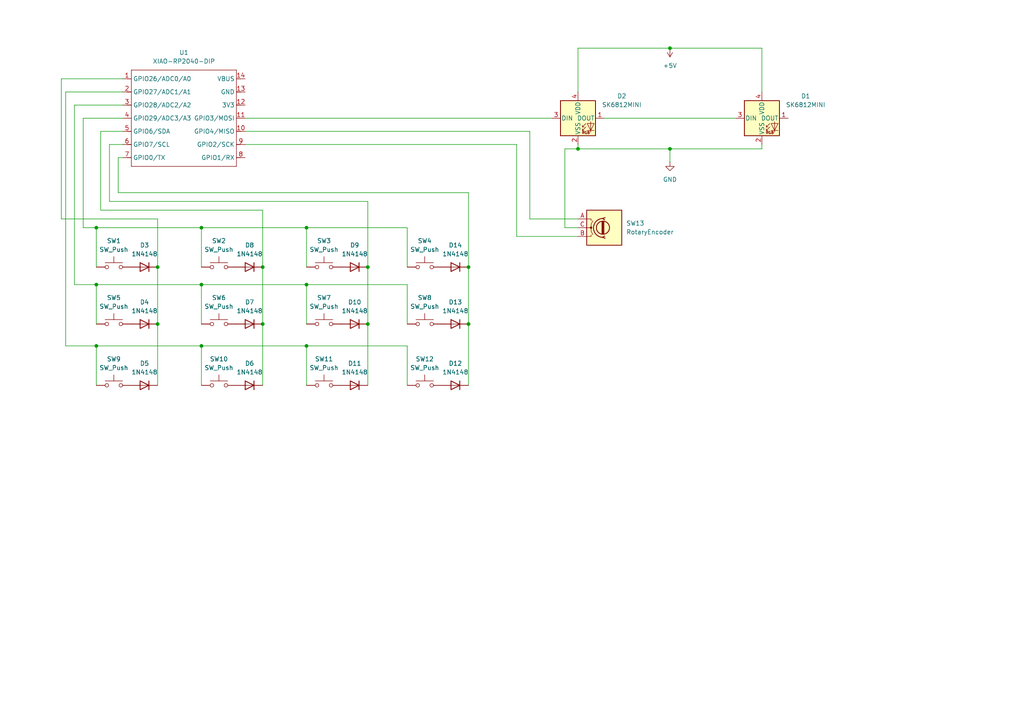
<source format=kicad_sch>
(kicad_sch (version 20250114) (generator "eeschema") (generator_version "9.0")
  (paper "A4")
  (lib_symbols
    (symbol "Device:RotaryEncoder" (pin_names (offset 0.254) (hide yes))
      (property "Reference" "SW" (at 0 6.604 0))
      (property "Value" "RotaryEncoder" (at 0 -6.604 0))
      (symbol "RotaryEncoder_0_1"
        (rectangle (start -5.08 5.08) (end 5.08 -5.08) (stroke (width 0.254)) (fill (type background)))
        (polyline (pts (xy -5.08 2.54) (xy -3.81 2.54) (xy -3.81 2.032)))
        (polyline (pts (xy -5.08 0) (xy -3.81 0) (xy -3.81 -1.016) (xy -3.302 -2.032)))
        (polyline (pts (xy -5.08 -2.54) (xy -3.81 -2.54) (xy -3.81 -2.032)))
        (polyline (pts (xy -4.318 0) (xy -3.81 0) (xy -3.81 1.016) (xy -3.302 2.032)))
        (circle (center -3.81 0) (radius 0.254) (fill (type outline)))
        (polyline (pts (xy -0.635 -1.778) (xy -0.635 1.778)) (stroke (width 0.254)))
        (circle (center -0.381 0) (radius 1.905) (stroke (width 0.254)))
        (polyline (pts (xy -0.381 -1.778) (xy -0.381 1.778)) (stroke (width 0.254)))
        (arc (start -0.381 -2.794) (mid -3.0988 -0.0635) (end -0.381 2.667) (stroke (width 0.254)))
        (polyline (pts (xy -0.127 1.778) (xy -0.127 -1.778)) (stroke (width 0.254)))
        (polyline (pts (xy 0.254 2.921) (xy -0.508 2.667) (xy 0.127 2.286)) (stroke (width 0.254)))
        (polyline (pts (xy 0.254 -3.048) (xy -0.508 -2.794) (xy 0.127 -2.413)) (stroke (width 0.254)))
      )
      (symbol "RotaryEncoder_1_1"
        (pin passive line (at -7.62 2.54 0) (length 2.54) (name "A") (number "A"))
        (pin passive line (at -7.62 0 0) (length 2.54) (name "C") (number "C"))
        (pin passive line (at -7.62 -2.54 0) (length 2.54) (name "B") (number "B"))
      )
    )
    (symbol "Diode:1N4148" (pin_numbers (hide yes)) (pin_names (hide yes))
      (property "Reference" "D" (at 0 2.54 0))
      (property "Value" "1N4148" (at 0 -2.54 0))
      (symbol "1N4148_0_1"
        (polyline (pts (xy -1.27 1.27) (xy -1.27 -1.27)) (stroke (width 0.254)))
        (polyline (pts (xy 1.27 1.27) (xy 1.27 -1.27) (xy -1.27 0) (xy 1.27 1.27)) (stroke (width 0.254)))
        (polyline (pts (xy 1.27 0) (xy -1.27 0)))
      )
      (symbol "1N4148_1_1"
        (pin passive line (at -3.81 0 0) (length 2.54) (name "K") (number "1"))
        (pin passive line (at 3.81 0 180) (length 2.54) (name "A") (number "2"))
      )
    )
    (symbol "LED:SK6812MINI" (pin_names (offset 0.254))
      (property "Reference" "D" (at 5.08 5.715 0))
      (property "Value" "SK6812MINI" (at 1.27 -5.715 0))
      (symbol "SK6812MINI_0_0"
        (text "RGB" (at 2.286 -4.191 0) (effects (font (size 0.762 0.762))))
      )
      (symbol "SK6812MINI_0_1"
        (polyline (pts (xy 1.27 -2.54) (xy 1.778 -2.54)))
        (polyline (pts (xy 1.27 -3.556) (xy 1.778 -3.556)))
        (polyline (pts (xy 2.286 -1.524) (xy 1.27 -2.54) (xy 1.27 -2.032)))
        (polyline (pts (xy 2.286 -2.54) (xy 1.27 -3.556) (xy 1.27 -3.048)))
        (polyline (pts (xy 3.683 -1.016) (xy 3.683 -3.556) (xy 3.683 -4.064)))
        (polyline (pts (xy 4.699 -1.524) (xy 2.667 -1.524) (xy 3.683 -3.556) (xy 4.699 -1.524)))
        (polyline (pts (xy 4.699 -3.556) (xy 2.667 -3.556)))
        (rectangle (start 5.08 5.08) (end -5.08 -5.08) (stroke (width 0.254)) (fill (type background)))
      )
      (symbol "SK6812MINI_1_1"
        (pin input line (at -7.62 0 0) (length 2.54) (name "DIN") (number "3"))
        (pin power_in line (at 0 7.62 270) (length 2.54) (name "VDD") (number "4"))
        (pin power_in line (at 0 -7.62 90) (length 2.54) (name "VSS") (number "2"))
        (pin output line (at 7.62 0 180) (length 2.54) (name "DOUT") (number "1"))
      )
    )
    (symbol "OPL:XIAO-RP2040-DIP"
      (property "Reference" "U" (at 0 0 0))
      (property "Value" "XIAO-RP2040-DIP" (at 5.334 -1.778 0))
      (symbol "XIAO-RP2040-DIP_1_0"
        (polyline (pts (xy -1.27 -2.54) (xy 29.21 -2.54)) (stroke (width 0.1524)))
        (polyline (pts (xy -1.27 -5.08) (xy -2.54 -5.08)) (stroke (width 0.1524)))
        (polyline (pts (xy -1.27 -5.08) (xy -1.27 -2.54)) (stroke (width 0.1524)))
        (polyline (pts (xy -1.27 -8.89) (xy -2.54 -8.89)) (stroke (width 0.1524)))
        (polyline (pts (xy -1.27 -8.89) (xy -1.27 -5.08)) (stroke (width 0.1524)))
        (polyline (pts (xy -1.27 -12.7) (xy -2.54 -12.7)) (stroke (width 0.1524)))
        (polyline (pts (xy -1.27 -12.7) (xy -1.27 -8.89)) (stroke (width 0.1524)))
        (polyline (pts (xy -1.27 -16.51) (xy -2.54 -16.51)) (stroke (width 0.1524)))
        (polyline (pts (xy -1.27 -16.51) (xy -1.27 -12.7)) (stroke (width 0.1524)))
        (polyline (pts (xy -1.27 -20.32) (xy -2.54 -20.32)) (stroke (width 0.1524)))
        (polyline (pts (xy -1.27 -24.13) (xy -2.54 -24.13)) (stroke (width 0.1524)))
        (polyline (pts (xy -1.27 -27.94) (xy -2.54 -27.94)) (stroke (width 0.1524)))
        (polyline (pts (xy -1.27 -30.48) (xy -1.27 -16.51)) (stroke (width 0.1524)))
        (polyline (pts (xy 29.21 -2.54) (xy 29.21 -5.08)) (stroke (width 0.1524)))
        (polyline (pts (xy 29.21 -5.08) (xy 29.21 -8.89)) (stroke (width 0.1524)))
        (polyline (pts (xy 29.21 -8.89) (xy 29.21 -12.7)) (stroke (width 0.1524)))
        (polyline (pts (xy 29.21 -12.7) (xy 29.21 -30.48)) (stroke (width 0.1524)))
        (polyline (pts (xy 29.21 -30.48) (xy -1.27 -30.48)) (stroke (width 0.1524)))
        (polyline (pts (xy 30.48 -5.08) (xy 29.21 -5.08)) (stroke (width 0.1524)))
        (polyline (pts (xy 30.48 -8.89) (xy 29.21 -8.89)) (stroke (width 0.1524)))
        (polyline (pts (xy 30.48 -12.7) (xy 29.21 -12.7)) (stroke (width 0.1524)))
        (polyline (pts (xy 30.48 -16.51) (xy 29.21 -16.51)) (stroke (width 0.1524)))
        (polyline (pts (xy 30.48 -20.32) (xy 29.21 -20.32)) (stroke (width 0.1524)))
        (polyline (pts (xy 30.48 -24.13) (xy 29.21 -24.13)) (stroke (width 0.1524)))
        (polyline (pts (xy 30.48 -27.94) (xy 29.21 -27.94)) (stroke (width 0.1524)))
        (pin passive line (at -3.81 -5.08 0) (length 2.54) (name "GPIO26/ADC0/A0") (number "1"))
        (pin passive line (at -3.81 -8.89 0) (length 2.54) (name "GPIO27/ADC1/A1") (number "2"))
        (pin passive line (at -3.81 -12.7 0) (length 2.54) (name "GPIO28/ADC2/A2") (number "3"))
        (pin passive line (at -3.81 -16.51 0) (length 2.54) (name "GPIO29/ADC3/A3") (number "4"))
        (pin passive line (at -3.81 -20.32 0) (length 2.54) (name "GPIO6/SDA") (number "5"))
        (pin passive line (at -3.81 -24.13 0) (length 2.54) (name "GPIO7/SCL") (number "6"))
        (pin passive line (at -3.81 -27.94 0) (length 2.54) (name "GPIO0/TX") (number "7"))
        (pin passive line (at 31.75 -5.08 180) (length 2.54) (name "VBUS") (number "14"))
        (pin passive line (at 31.75 -8.89 180) (length 2.54) (name "GND") (number "13"))
        (pin passive line (at 31.75 -12.7 180) (length 2.54) (name "3V3") (number "12"))
        (pin passive line (at 31.75 -16.51 180) (length 2.54) (name "GPIO3/MOSI") (number "11"))
        (pin passive line (at 31.75 -20.32 180) (length 2.54) (name "GPIO4/MISO") (number "10"))
        (pin passive line (at 31.75 -24.13 180) (length 2.54) (name "GPIO2/SCK") (number "9"))
        (pin passive line (at 31.75 -27.94 180) (length 2.54) (name "GPIO1/RX") (number "8"))
      )
    )
    (symbol "Switch:SW_Push" (pin_numbers (hide yes)) (pin_names (offset 1.016) (hide yes))
      (property "Reference" "SW" (at 1.27 2.54 0))
      (property "Value" "SW_Push" (at 0 -1.524 0))
      (symbol "SW_Push_0_1"
        (circle (center -2.032 0) (radius 0.508))
        (polyline (pts (xy 0 1.27) (xy 0 3.048)))
        (circle (center 2.032 0) (radius 0.508))
        (polyline (pts (xy 2.54 1.27) (xy -2.54 1.27)))
        (pin passive line (at -5.08 0 0) (length 2.54) (name "1") (number "1"))
        (pin passive line (at 5.08 0 180) (length 2.54) (name "2") (number "2"))
      )
    )
    (symbol "power:+5V" (power) (pin_numbers (hide yes)) (pin_names (offset 0) (hide yes))
      (property "Value" "+5V" (at 0 3.556 0))
      (symbol "+5V_0_1"
        (polyline (pts (xy -0.762 1.27) (xy 0 2.54)))
        (polyline (pts (xy 0 2.54) (xy 0.762 1.27)))
        (polyline (pts (xy 0 0) (xy 0 2.54)))
      )
      (symbol "+5V_1_1"
        (pin power_in line (at 0 0 90) (length 0) (name "~") (number "1"))
      )
    )
    (symbol "power:GND" (power) (pin_numbers (hide yes)) (pin_names (offset 0) (hide yes))
      (property "Value" "GND" (at 0 -3.81 0))
      (symbol "GND_0_1"
        (polyline (pts (xy 0 0) (xy 0 -1.27) (xy 1.27 -1.27) (xy 0 -2.54) (xy -1.27 -1.27) (xy 0 -1.27)))
      )
      (symbol "GND_1_1"
        (pin power_in line (at 0 0 270) (length 0) (name "~") (number "1"))
      )
    )
  )
  (junction (at 106.68 77.47))
  (junction (at 194.31 13.97))
  (junction (at 76.2 77.47))
  (junction (at 76.2 93.98))
  (junction (at 27.94 66.04))
  (junction (at 106.68 93.98))
  (junction (at 27.94 82.55))
  (junction (at 58.42 100.33))
  (junction (at 45.72 77.47))
  (junction (at 45.72 93.98))
  (junction (at 194.31 43.18))
  (junction (at 167.64 43.18))
  (junction (at 27.94 100.33))
  (junction (at 135.89 93.98))
  (junction (at 88.9 66.04))
  (junction (at 88.9 82.55))
  (junction (at 135.89 77.47))
  (junction (at 58.42 66.04))
  (junction (at 88.9 100.33))
  (junction (at 58.42 82.55))
  (wire (pts (xy 106.68 93.98) (xy 106.68 77.47)))
  (wire (pts (xy 88.9 82.55) (xy 118.11 82.55)))
  (wire (pts (xy 27.94 82.55) (xy 58.42 82.55)))
  (wire (pts (xy 220.98 43.18) (xy 194.31 43.18)))
  (wire (pts (xy 19.05 100.33) (xy 27.94 100.33)))
  (wire (pts (xy 35.56 38.1) (xy 29.21 38.1)))
  (wire (pts (xy 58.42 82.55) (xy 88.9 82.55)))
  (wire (pts (xy 167.64 68.58) (xy 149.86 68.58)))
  (wire (pts (xy 135.89 55.88) (xy 135.89 77.47)))
  (wire (pts (xy 17.78 22.86) (xy 35.56 22.86)))
  (wire (pts (xy 88.9 66.04) (xy 118.11 66.04)))
  (wire (pts (xy 194.31 13.97) (xy 167.64 13.97)))
  (wire (pts (xy 194.31 43.18) (xy 194.31 46.99)))
  (wire (pts (xy 31.75 58.42) (xy 106.68 58.42)))
  (wire (pts (xy 29.21 38.1) (xy 29.21 60.96)))
  (wire (pts (xy 31.75 58.42) (xy 31.75 41.91)))
  (wire (pts (xy 153.67 63.5) (xy 167.64 63.5)))
  (wire (pts (xy 34.29 45.72) (xy 34.29 55.88)))
  (wire (pts (xy 27.94 100.33) (xy 58.42 100.33)))
  (wire (pts (xy 58.42 100.33) (xy 58.42 111.76)))
  (wire (pts (xy 175.26 34.29) (xy 213.36 34.29)))
  (wire (pts (xy 24.13 66.04) (xy 24.13 34.29)))
  (wire (pts (xy 118.11 100.33) (xy 118.11 111.76)))
  (wire (pts (xy 220.98 43.18) (xy 220.98 41.91)))
  (wire (pts (xy 194.31 13.97) (xy 220.98 13.97)))
  (wire (pts (xy 24.13 66.04) (xy 27.94 66.04)))
  (wire (pts (xy 153.67 38.1) (xy 153.67 63.5)))
  (wire (pts (xy 71.12 34.29) (xy 160.02 34.29)))
  (wire (pts (xy 45.72 77.47) (xy 45.72 63.5)))
  (wire (pts (xy 167.64 66.04) (xy 163.83 66.04)))
  (wire (pts (xy 27.94 66.04) (xy 58.42 66.04)))
  (wire (pts (xy 163.83 66.04) (xy 163.83 43.18)))
  (wire (pts (xy 88.9 100.33) (xy 88.9 111.76)))
  (wire (pts (xy 21.59 82.55) (xy 27.94 82.55)))
  (wire (pts (xy 167.64 13.97) (xy 167.64 26.67)))
  (wire (pts (xy 71.12 38.1) (xy 153.67 38.1)))
  (wire (pts (xy 35.56 26.67) (xy 19.05 26.67)))
  (wire (pts (xy 24.13 34.29) (xy 35.56 34.29)))
  (wire (pts (xy 27.94 82.55) (xy 27.94 93.98)))
  (wire (pts (xy 27.94 66.04) (xy 27.94 77.47)))
  (wire (pts (xy 27.94 100.33) (xy 27.94 111.76)))
  (wire (pts (xy 149.86 68.58) (xy 149.86 41.91)))
  (wire (pts (xy 76.2 60.96) (xy 76.2 77.47)))
  (wire (pts (xy 76.2 93.98) (xy 76.2 111.76)))
  (wire (pts (xy 149.86 41.91) (xy 71.12 41.91)))
  (wire (pts (xy 58.42 66.04) (xy 58.42 77.47)))
  (wire (pts (xy 19.05 26.67) (xy 19.05 100.33)))
  (wire (pts (xy 118.11 82.55) (xy 118.11 93.98)))
  (wire (pts (xy 45.72 93.98) (xy 45.72 77.47)))
  (wire (pts (xy 135.89 93.98) (xy 135.89 111.76)))
  (wire (pts (xy 167.64 43.18) (xy 167.64 41.91)))
  (wire (pts (xy 163.83 43.18) (xy 167.64 43.18)))
  (wire (pts (xy 17.78 63.5) (xy 17.78 22.86)))
  (wire (pts (xy 34.29 55.88) (xy 135.89 55.88)))
  (wire (pts (xy 45.72 63.5) (xy 17.78 63.5)))
  (wire (pts (xy 58.42 100.33) (xy 88.9 100.33)))
  (wire (pts (xy 21.59 82.55) (xy 21.59 30.48)))
  (wire (pts (xy 29.21 60.96) (xy 76.2 60.96)))
  (wire (pts (xy 88.9 66.04) (xy 88.9 77.47)))
  (wire (pts (xy 31.75 41.91) (xy 35.56 41.91)))
  (wire (pts (xy 106.68 111.76) (xy 106.68 93.98)))
  (wire (pts (xy 35.56 45.72) (xy 34.29 45.72)))
  (wire (pts (xy 58.42 66.04) (xy 88.9 66.04)))
  (wire (pts (xy 135.89 77.47) (xy 135.89 93.98)))
  (wire (pts (xy 88.9 82.55) (xy 88.9 93.98)))
  (wire (pts (xy 118.11 66.04) (xy 118.11 77.47)))
  (wire (pts (xy 21.59 30.48) (xy 35.56 30.48)))
  (wire (pts (xy 88.9 100.33) (xy 118.11 100.33)))
  (wire (pts (xy 58.42 82.55) (xy 58.42 93.98)))
  (wire (pts (xy 194.31 43.18) (xy 167.64 43.18)))
  (wire (pts (xy 106.68 77.47) (xy 106.68 58.42)))
  (wire (pts (xy 220.98 13.97) (xy 220.98 26.67)))
  (wire (pts (xy 76.2 77.47) (xy 76.2 93.98)))
  (wire (pts (xy 45.72 111.76) (xy 45.72 93.98)))
  (symbol (lib_id "Switch:SW_Push") (at 63.5 111.76 0) (unit 1)
    (property "Reference" "SW10" (at 63.5 104.14 0))
    (property "Value" "SW_Push" (at 63.5 106.68 0))
    (property "Footprint" "Button_Switch_Keyboard:SW_Cherry_MX_1.00u_PCB" (effects (hide yes)))
    (property "Description" "Push button switch, generic, two pins" (effects (hide yes)))
  )
  (symbol (lib_id "Diode:1N4148") (at 72.39 111.76 0) (mirror y) (unit 1)
    (property "Reference" "D6" (at 72.39 105.41 0))
    (property "Value" "1N4148" (at 72.39 107.95 0))
    (property "Footprint" "Diode_THT:D_DO-35_SOD27_P7.62mm_Horizontal" (effects (hide yes)))
    (property "Datasheet" "https://assets.nexperia.com/documents/data-sheet/1N4148_1N4448.pdf" (effects (hide yes)))
    (property "Description" "100V 0.15A standard switching diode, DO-35" (effects (hide yes)))
    (property "Sim.Device" "D" (effects (hide yes)))
    (property "Sim.Pins" "1=K 2=A" (effects (hide yes)))
  )
  (symbol (lib_id "Switch:SW_Push") (at 33.02 111.76 0) (unit 1)
    (property "Reference" "SW9" (at 33.02 104.14 0))
    (property "Value" "SW_Push" (at 33.02 106.68 0))
    (property "Footprint" "Button_Switch_Keyboard:SW_Cherry_MX_1.00u_PCB" (effects (hide yes)))
    (property "Description" "Push button switch, generic, two pins" (effects (hide yes)))
  )
  (symbol (lib_id "Switch:SW_Push") (at 33.02 77.47 0) (unit 1)
    (property "Reference" "SW1" (at 33.02 69.85 0))
    (property "Value" "SW_Push" (at 33.02 72.39 0))
    (property "Footprint" "Button_Switch_Keyboard:SW_Cherry_MX_1.00u_PCB" (effects (hide yes)))
    (property "Description" "Push button switch, generic, two pins" (effects (hide yes)))
  )
  (symbol (lib_id "Switch:SW_Push") (at 93.98 111.76 0) (unit 1)
    (property "Reference" "SW11" (at 93.98 104.14 0))
    (property "Value" "SW_Push" (at 93.98 106.68 0))
    (property "Footprint" "Button_Switch_Keyboard:SW_Cherry_MX_1.00u_PCB" (effects (hide yes)))
    (property "Description" "Push button switch, generic, two pins" (effects (hide yes)))
  )
  (symbol (lib_id "Switch:SW_Push") (at 63.5 77.47 0) (unit 1)
    (property "Reference" "SW2" (at 63.5 69.85 0))
    (property "Value" "SW_Push" (at 63.5 72.39 0))
    (property "Footprint" "Button_Switch_Keyboard:SW_Cherry_MX_1.00u_PCB" (effects (hide yes)))
    (property "Description" "Push button switch, generic, two pins" (effects (hide yes)))
  )
  (symbol (lib_id "Switch:SW_Push") (at 93.98 77.47 0) (unit 1)
    (property "Reference" "SW3" (at 93.98 69.85 0))
    (property "Value" "SW_Push" (at 93.98 72.39 0))
    (property "Footprint" "Button_Switch_Keyboard:SW_Cherry_MX_1.00u_PCB" (effects (hide yes)))
    (property "Description" "Push button switch, generic, two pins" (effects (hide yes)))
  )
  (symbol (lib_id "Diode:1N4148") (at 72.39 93.98 0) (mirror y) (unit 1)
    (property "Reference" "D7" (at 72.39 87.63 0))
    (property "Value" "1N4148" (at 72.39 90.17 0))
    (property "Footprint" "Diode_THT:D_DO-35_SOD27_P7.62mm_Horizontal" (effects (hide yes)))
    (property "Datasheet" "https://assets.nexperia.com/documents/data-sheet/1N4148_1N4448.pdf" (effects (hide yes)))
    (property "Description" "100V 0.15A standard switching diode, DO-35" (effects (hide yes)))
    (property "Sim.Device" "D" (effects (hide yes)))
    (property "Sim.Pins" "1=K 2=A" (effects (hide yes)))
  )
  (symbol (lib_id "Switch:SW_Push") (at 33.02 93.98 0) (unit 1)
    (property "Reference" "SW5" (at 33.02 86.36 0))
    (property "Value" "SW_Push" (at 33.02 88.9 0))
    (property "Footprint" "Button_Switch_Keyboard:SW_Cherry_MX_1.00u_PCB" (effects (hide yes)))
    (property "Description" "Push button switch, generic, two pins" (effects (hide yes)))
  )
  (symbol (lib_id "Diode:1N4148") (at 102.87 111.76 0) (mirror y) (unit 1)
    (property "Reference" "D11" (at 102.87 105.41 0))
    (property "Value" "1N4148" (at 102.87 107.95 0))
    (property "Footprint" "Diode_THT:D_DO-35_SOD27_P7.62mm_Horizontal" (effects (hide yes)))
    (property "Datasheet" "https://assets.nexperia.com/documents/data-sheet/1N4148_1N4448.pdf" (effects (hide yes)))
    (property "Description" "100V 0.15A standard switching diode, DO-35" (effects (hide yes)))
    (property "Sim.Device" "D" (effects (hide yes)))
    (property "Sim.Pins" "1=K 2=A" (effects (hide yes)))
  )
  (symbol (lib_id "LED:SK6812MINI") (at 167.64 34.29 0) (unit 1)
    (property "Reference" "D2" (at 180.34 27.8698 0))
    (property "Value" "SK6812MINI" (at 180.34 30.4098 0))
    (property "Footprint" "LED_SMD:LED_SK6812MINI_PLCC4_3.5x3.5mm_P1.75mm" (effects (hide yes)))
    (property "Datasheet" "https://cdn-shop.adafruit.com/product-files/2686/SK6812MINI_REV.01-1-2.pdf" (effects (hide yes)))
    (property "Description" "RGB LED with integrated controller" (effects (hide yes)))
  )
  (symbol (lib_id "Diode:1N4148") (at 132.08 111.76 0) (mirror y) (unit 1)
    (property "Reference" "D12" (at 132.08 105.41 0))
    (property "Value" "1N4148" (at 132.08 107.95 0))
    (property "Footprint" "Diode_THT:D_DO-35_SOD27_P7.62mm_Horizontal" (effects (hide yes)))
    (property "Datasheet" "https://assets.nexperia.com/documents/data-sheet/1N4148_1N4448.pdf" (effects (hide yes)))
    (property "Description" "100V 0.15A standard switching diode, DO-35" (effects (hide yes)))
    (property "Sim.Device" "D" (effects (hide yes)))
    (property "Sim.Pins" "1=K 2=A" (effects (hide yes)))
  )
  (symbol (lib_id "Diode:1N4148") (at 132.08 93.98 0) (mirror y) (unit 1)
    (property "Reference" "D13" (at 132.08 87.63 0))
    (property "Value" "1N4148" (at 132.08 90.17 0))
    (property "Footprint" "Diode_THT:D_DO-35_SOD27_P7.62mm_Horizontal" (effects (hide yes)))
    (property "Datasheet" "https://assets.nexperia.com/documents/data-sheet/1N4148_1N4448.pdf" (effects (hide yes)))
    (property "Description" "100V 0.15A standard switching diode, DO-35" (effects (hide yes)))
    (property "Sim.Device" "D" (effects (hide yes)))
    (property "Sim.Pins" "1=K 2=A" (effects (hide yes)))
  )
  (symbol (lib_id "Switch:SW_Push") (at 123.19 93.98 0) (unit 1)
    (property "Reference" "SW8" (at 123.19 86.36 0))
    (property "Value" "SW_Push" (at 123.19 88.9 0))
    (property "Footprint" "Button_Switch_Keyboard:SW_Cherry_MX_1.00u_PCB" (effects (hide yes)))
    (property "Description" "Push button switch, generic, two pins" (effects (hide yes)))
  )
  (symbol (lib_id "Switch:SW_Push") (at 63.5 93.98 0) (unit 1)
    (property "Reference" "SW6" (at 63.5 86.36 0))
    (property "Value" "SW_Push" (at 63.5 88.9 0))
    (property "Footprint" "Button_Switch_Keyboard:SW_Cherry_MX_1.00u_PCB" (effects (hide yes)))
    (property "Description" "Push button switch, generic, two pins" (effects (hide yes)))
  )
  (symbol (lib_id "Switch:SW_Push") (at 93.98 93.98 0) (unit 1)
    (property "Reference" "SW7" (at 93.98 86.36 0))
    (property "Value" "SW_Push" (at 93.98 88.9 0))
    (property "Footprint" "Button_Switch_Keyboard:SW_Cherry_MX_1.00u_PCB" (effects (hide yes)))
    (property "Description" "Push button switch, generic, two pins" (effects (hide yes)))
  )
  (symbol (lib_id "Diode:1N4148") (at 102.87 77.47 0) (mirror y) (unit 1)
    (property "Reference" "D9" (at 102.87 71.12 0))
    (property "Value" "1N4148" (at 102.87 73.66 0))
    (property "Footprint" "Diode_THT:D_DO-35_SOD27_P7.62mm_Horizontal" (effects (hide yes)))
    (property "Datasheet" "https://assets.nexperia.com/documents/data-sheet/1N4148_1N4448.pdf" (effects (hide yes)))
    (property "Description" "100V 0.15A standard switching diode, DO-35" (effects (hide yes)))
    (property "Sim.Device" "D" (effects (hide yes)))
    (property "Sim.Pins" "1=K 2=A" (effects (hide yes)))
  )
  (symbol (lib_id "power:+5V") (at 194.31 13.97 0) (mirror x) (unit 1)
    (property "Reference" "#PWR02" (effects (hide yes)))
    (property "Value" "+5V" (at 194.31 19.05 0))
    (property "Description" "Power symbol creates a global label with name \"+5V\"" (effects (hide yes)))
  )
  (symbol (lib_id "Device:RotaryEncoder") (at 175.26 66.04 0) (unit 1)
    (property "Reference" "SW13" (at 181.61 64.7699 0) (effects (justify left)))
    (property "Value" "RotaryEncoder" (at 181.61 67.3099 0) (effects (justify left)))
    (property "Footprint" "Rotary_Encoder:RotaryEncoder_Alps_EC11E-Switch_Vertical_H20mm" (effects (hide yes)))
    (property "Description" "Rotary encoder, dual channel, incremental quadrate outputs" (effects (hide yes)))
  )
  (symbol (lib_id "Diode:1N4148") (at 132.08 77.47 0) (mirror y) (unit 1)
    (property "Reference" "D14" (at 132.08 71.12 0))
    (property "Value" "1N4148" (at 132.08 73.66 0))
    (property "Footprint" "Diode_THT:D_DO-35_SOD27_P7.62mm_Horizontal" (effects (hide yes)))
    (property "Datasheet" "https://assets.nexperia.com/documents/data-sheet/1N4148_1N4448.pdf" (effects (hide yes)))
    (property "Description" "100V 0.15A standard switching diode, DO-35" (effects (hide yes)))
    (property "Sim.Device" "D" (effects (hide yes)))
    (property "Sim.Pins" "1=K 2=A" (effects (hide yes)))
  )
  (symbol (lib_id "Diode:1N4148") (at 41.91 93.98 0) (mirror y) (unit 1)
    (property "Reference" "D4" (at 41.91 87.63 0))
    (property "Value" "1N4148" (at 41.91 90.17 0))
    (property "Footprint" "Diode_THT:D_DO-35_SOD27_P7.62mm_Horizontal" (effects (hide yes)))
    (property "Datasheet" "https://assets.nexperia.com/documents/data-sheet/1N4148_1N4448.pdf" (effects (hide yes)))
    (property "Description" "100V 0.15A standard switching diode, DO-35" (effects (hide yes)))
    (property "Sim.Device" "D" (effects (hide yes)))
    (property "Sim.Pins" "1=K 2=A" (effects (hide yes)))
  )
  (symbol (lib_id "Diode:1N4148") (at 72.39 77.47 0) (mirror y) (unit 1)
    (property "Reference" "D8" (at 72.39 71.12 0))
    (property "Value" "1N4148" (at 72.39 73.66 0))
    (property "Footprint" "Diode_THT:D_DO-35_SOD27_P7.62mm_Horizontal" (effects (hide yes)))
    (property "Datasheet" "https://assets.nexperia.com/documents/data-sheet/1N4148_1N4448.pdf" (effects (hide yes)))
    (property "Description" "100V 0.15A standard switching diode, DO-35" (effects (hide yes)))
    (property "Sim.Device" "D" (effects (hide yes)))
    (property "Sim.Pins" "1=K 2=A" (effects (hide yes)))
  )
  (symbol (lib_id "Diode:1N4148") (at 41.91 77.47 0) (mirror y) (unit 1)
    (property "Reference" "D3" (at 41.91 71.12 0))
    (property "Value" "1N4148" (at 41.91 73.66 0))
    (property "Footprint" "Diode_THT:D_DO-35_SOD27_P7.62mm_Horizontal" (effects (hide yes)))
    (property "Datasheet" "https://assets.nexperia.com/documents/data-sheet/1N4148_1N4448.pdf" (effects (hide yes)))
    (property "Description" "100V 0.15A standard switching diode, DO-35" (effects (hide yes)))
    (property "Sim.Device" "D" (effects (hide yes)))
    (property "Sim.Pins" "1=K 2=A" (effects (hide yes)))
  )
  (symbol (lib_id "Diode:1N4148") (at 102.87 93.98 0) (mirror y) (unit 1)
    (property "Reference" "D10" (at 102.87 87.63 0))
    (property "Value" "1N4148" (at 102.87 90.17 0))
    (property "Footprint" "Diode_THT:D_DO-35_SOD27_P7.62mm_Horizontal" (effects (hide yes)))
    (property "Datasheet" "https://assets.nexperia.com/documents/data-sheet/1N4148_1N4448.pdf" (effects (hide yes)))
    (property "Description" "100V 0.15A standard switching diode, DO-35" (effects (hide yes)))
    (property "Sim.Device" "D" (effects (hide yes)))
    (property "Sim.Pins" "1=K 2=A" (effects (hide yes)))
  )
  (symbol (lib_id "Switch:SW_Push") (at 123.19 77.47 0) (unit 1)
    (property "Reference" "SW4" (at 123.19 69.85 0))
    (property "Value" "SW_Push" (at 123.19 72.39 0))
    (property "Footprint" "Button_Switch_Keyboard:SW_Cherry_MX_1.00u_PCB" (effects (hide yes)))
    (property "Description" "Push button switch, generic, two pins" (effects (hide yes)))
  )
  (symbol (lib_id "Diode:1N4148") (at 41.91 111.76 0) (mirror y) (unit 1)
    (property "Reference" "D5" (at 41.91 105.41 0))
    (property "Value" "1N4148" (at 41.91 107.95 0))
    (property "Footprint" "Diode_THT:D_DO-35_SOD27_P7.62mm_Horizontal" (effects (hide yes)))
    (property "Datasheet" "https://assets.nexperia.com/documents/data-sheet/1N4148_1N4448.pdf" (effects (hide yes)))
    (property "Description" "100V 0.15A standard switching diode, DO-35" (effects (hide yes)))
    (property "Sim.Device" "D" (effects (hide yes)))
    (property "Sim.Pins" "1=K 2=A" (effects (hide yes)))
  )
  (symbol (lib_id "LED:SK6812MINI") (at 220.98 34.29 0) (unit 1)
    (property "Reference" "D1" (at 233.68 27.8698 0))
    (property "Value" "SK6812MINI" (at 233.68 30.4098 0))
    (property "Footprint" "LED_SMD:LED_SK6812MINI_PLCC4_3.5x3.5mm_P1.75mm" (effects (hide yes)))
    (property "Datasheet" "https://cdn-shop.adafruit.com/product-files/2686/SK6812MINI_REV.01-1-2.pdf" (effects (hide yes)))
    (property "Description" "RGB LED with integrated controller" (effects (hide yes)))
  )
  (symbol (lib_id "Switch:SW_Push") (at 123.19 111.76 0) (unit 1)
    (property "Reference" "SW12" (at 123.19 104.14 0))
    (property "Value" "SW_Push" (at 123.19 106.68 0))
    (property "Footprint" "Button_Switch_Keyboard:SW_Cherry_MX_1.00u_PCB" (effects (hide yes)))
    (property "Description" "Push button switch, generic, two pins" (effects (hide yes)))
  )
  (symbol (lib_id "power:GND") (at 194.31 46.99 0) (mirror y) (unit 1)
    (property "Reference" "#PWR01" (effects (hide yes)))
    (property "Value" "GND" (at 194.31 52.07 0))
    (property "Description" "Power symbol creates a global label with name \"GND\" , ground" (effects (hide yes)))
  )
  (symbol (lib_id "OPL:XIAO-RP2040-DIP") (at 39.37 17.78 0) (unit 1)
    (property "Reference" "U1" (at 53.34 15.24 0))
    (property "Value" "XIAO-RP2040-DIP" (at 53.34 17.78 0))
    (property "Footprint" "OPL:XIAO-RP2040-DIP" (effects (hide yes)))
  )
)
</source>
